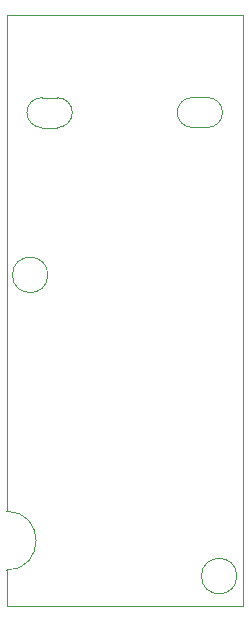
<source format=gbr>
%TF.GenerationSoftware,KiCad,Pcbnew,8.0.4*%
%TF.CreationDate,2024-08-28T21:17:21+02:00*%
%TF.ProjectId,Projektor,50726f6a-656b-4746-9f72-2e6b69636164,rev?*%
%TF.SameCoordinates,Original*%
%TF.FileFunction,Profile,NP*%
%FSLAX46Y46*%
G04 Gerber Fmt 4.6, Leading zero omitted, Abs format (unit mm)*
G04 Created by KiCad (PCBNEW 8.0.4) date 2024-08-28 21:17:21*
%MOMM*%
%LPD*%
G01*
G04 APERTURE LIST*
%TA.AperFunction,Profile*%
%ADD10C,0.100000*%
%TD*%
%TA.AperFunction,Profile*%
%ADD11C,0.050000*%
%TD*%
G04 APERTURE END LIST*
D10*
X225000000Y-63000000D02*
G75*
G02*
X225000000Y-68000000I0J-2500000D01*
G01*
X245000000Y-21000000D02*
X230000000Y-21000000D01*
X228500000Y-43000000D02*
G75*
G02*
X225500000Y-43000000I-1500000J0D01*
G01*
X225500000Y-43000000D02*
G75*
G02*
X228500000Y-43000000I1500000J0D01*
G01*
X225000000Y-68000000D02*
X225000000Y-71000000D01*
X244500000Y-68500000D02*
G75*
G02*
X241500000Y-68500000I-1500000J0D01*
G01*
X241500000Y-68500000D02*
G75*
G02*
X244500000Y-68500000I1500000J0D01*
G01*
X230000000Y-21000000D02*
X225000000Y-21000000D01*
X225000000Y-63000000D02*
X225000000Y-33000000D01*
X245000000Y-71000000D02*
X245000000Y-21000000D01*
X225000000Y-71000000D02*
X245000000Y-71000000D01*
X225000000Y-21000000D02*
X225000000Y-33000000D01*
D11*
%TO.C,U1*%
X229275748Y-27984227D02*
X228005748Y-27984227D01*
X229275748Y-30524227D02*
X228005748Y-30524227D01*
X242000000Y-27980000D02*
X240730000Y-27980000D01*
X242000000Y-30520000D02*
X240730000Y-30520000D01*
X226723774Y-29252253D02*
G75*
G02*
X228005766Y-27982312I1270000J-2D01*
G01*
X228005748Y-30524227D02*
G75*
G02*
X226721744Y-29252253I-11975J1271973D01*
G01*
X229275748Y-27984227D02*
G75*
G02*
X230565908Y-29254227I20002J-1270000D01*
G01*
X230565905Y-29254227D02*
G75*
G02*
X229275748Y-30524226I-1270155J-2D01*
G01*
X239448026Y-29248026D02*
G75*
G02*
X240730018Y-27978085I1270000J-2D01*
G01*
X240730000Y-30520000D02*
G75*
G02*
X239445996Y-29248026I-11975J1271973D01*
G01*
X242000000Y-27980000D02*
G75*
G02*
X243290160Y-29250000I20002J-1270000D01*
G01*
X243290157Y-29250000D02*
G75*
G02*
X242000000Y-30520000I-1270157J0D01*
G01*
%TD*%
M02*

</source>
